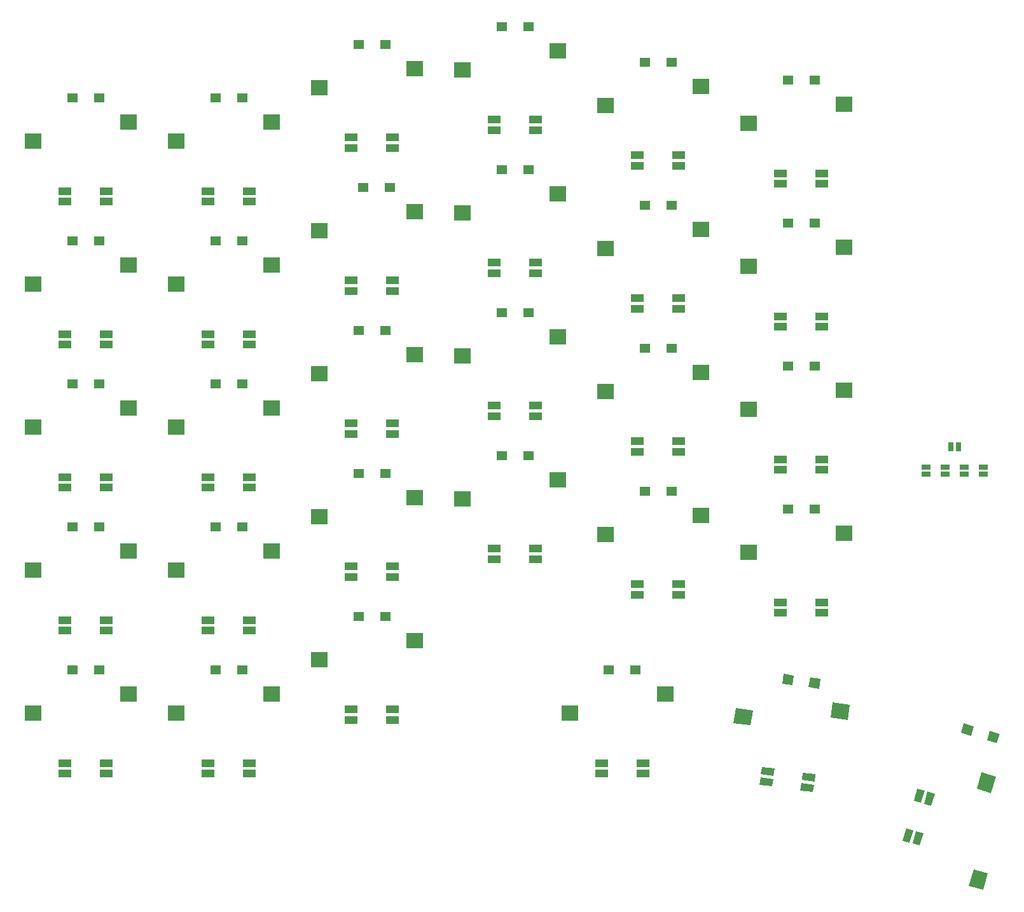
<source format=gbp>
G04 #@! TF.GenerationSoftware,KiCad,Pcbnew,5.1.10-88a1d61d58~88~ubuntu18.04.1*
G04 #@! TF.CreationDate,2021-07-03T13:59:34+09:00*
G04 #@! TF.ProjectId,swallowtail,7377616c-6c6f-4777-9461-696c2e6b6963,rev?*
G04 #@! TF.SameCoordinates,Original*
G04 #@! TF.FileFunction,Paste,Bot*
G04 #@! TF.FilePolarity,Positive*
%FSLAX46Y46*%
G04 Gerber Fmt 4.6, Leading zero omitted, Abs format (unit mm)*
G04 Created by KiCad (PCBNEW 5.1.10-88a1d61d58~88~ubuntu18.04.1) date 2021-07-03 13:59:34*
%MOMM*%
%LPD*%
G01*
G04 APERTURE LIST*
%ADD10R,1.700000X1.000000*%
%ADD11C,0.100000*%
%ADD12R,2.300000X2.000000*%
%ADD13R,1.400000X1.300000*%
%ADD14R,0.635000X1.143000*%
%ADD15R,1.143000X0.635000*%
G04 APERTURE END LIST*
D10*
G04 #@! TO.C,LED1*
X144434970Y-69756540D03*
X144434970Y-68356540D03*
X138934970Y-69756540D03*
X138934970Y-68356540D03*
G04 #@! TD*
G04 #@! TO.C,LED2*
X125384890Y-67375280D03*
X125384890Y-65975280D03*
X119884890Y-67375280D03*
X119884890Y-65975280D03*
G04 #@! TD*
G04 #@! TO.C,LED3*
X106334810Y-62612760D03*
X106334810Y-61212760D03*
X100834810Y-62612760D03*
X100834810Y-61212760D03*
G04 #@! TD*
G04 #@! TO.C,LED4*
X87284730Y-64994020D03*
X87284730Y-63594020D03*
X81784730Y-64994020D03*
X81784730Y-63594020D03*
G04 #@! TD*
G04 #@! TO.C,LED5*
X68234650Y-72137800D03*
X68234650Y-70737800D03*
X62734650Y-72137800D03*
X62734650Y-70737800D03*
G04 #@! TD*
G04 #@! TO.C,LED6*
X49184570Y-72137800D03*
X49184570Y-70737800D03*
X43684570Y-72137800D03*
X43684570Y-70737800D03*
G04 #@! TD*
G04 #@! TO.C,LED7*
X49184570Y-91187880D03*
X49184570Y-89787880D03*
X43684570Y-91187880D03*
X43684570Y-89787880D03*
G04 #@! TD*
G04 #@! TO.C,LED8*
X68234650Y-91187880D03*
X68234650Y-89787880D03*
X62734650Y-91187880D03*
X62734650Y-89787880D03*
G04 #@! TD*
G04 #@! TO.C,LED9*
X87284730Y-84044100D03*
X87284730Y-82644100D03*
X81784730Y-84044100D03*
X81784730Y-82644100D03*
G04 #@! TD*
G04 #@! TO.C,LED10*
X106334810Y-81662840D03*
X106334810Y-80262840D03*
X100834810Y-81662840D03*
X100834810Y-80262840D03*
G04 #@! TD*
G04 #@! TO.C,LED11*
X125384890Y-86425360D03*
X125384890Y-85025360D03*
X119884890Y-86425360D03*
X119884890Y-85025360D03*
G04 #@! TD*
G04 #@! TO.C,LED12*
X144434970Y-88806620D03*
X144434970Y-87406620D03*
X138934970Y-88806620D03*
X138934970Y-87406620D03*
G04 #@! TD*
G04 #@! TO.C,LED13*
X144434970Y-107856700D03*
X144434970Y-106456700D03*
X138934970Y-107856700D03*
X138934970Y-106456700D03*
G04 #@! TD*
G04 #@! TO.C,LED14*
X125384890Y-105475440D03*
X125384890Y-104075440D03*
X119884890Y-105475440D03*
X119884890Y-104075440D03*
G04 #@! TD*
G04 #@! TO.C,LED15*
X106334810Y-100712920D03*
X106334810Y-99312920D03*
X100834810Y-100712920D03*
X100834810Y-99312920D03*
G04 #@! TD*
G04 #@! TO.C,LED16*
X87284730Y-103094180D03*
X87284730Y-101694180D03*
X81784730Y-103094180D03*
X81784730Y-101694180D03*
G04 #@! TD*
G04 #@! TO.C,LED17*
X68234650Y-110237960D03*
X68234650Y-108837960D03*
X62734650Y-110237960D03*
X62734650Y-108837960D03*
G04 #@! TD*
G04 #@! TO.C,LED18*
X49184570Y-110237960D03*
X49184570Y-108837960D03*
X43684570Y-110237960D03*
X43684570Y-108837960D03*
G04 #@! TD*
G04 #@! TO.C,LED19*
X49184570Y-129288040D03*
X49184570Y-127888040D03*
X43684570Y-129288040D03*
X43684570Y-127888040D03*
G04 #@! TD*
G04 #@! TO.C,LED20*
X68234650Y-129288040D03*
X68234650Y-127888040D03*
X62734650Y-129288040D03*
X62734650Y-127888040D03*
G04 #@! TD*
G04 #@! TO.C,LED21*
X87284730Y-122144260D03*
X87284730Y-120744260D03*
X81784730Y-122144260D03*
X81784730Y-120744260D03*
G04 #@! TD*
G04 #@! TO.C,LED22*
X106334810Y-119763000D03*
X106334810Y-118363000D03*
X100834810Y-119763000D03*
X100834810Y-118363000D03*
G04 #@! TD*
G04 #@! TO.C,LED23*
X125384890Y-124525520D03*
X125384890Y-123125520D03*
X119884890Y-124525520D03*
X119884890Y-123125520D03*
G04 #@! TD*
G04 #@! TO.C,LED24*
X144434970Y-126906780D03*
X144434970Y-125506780D03*
X138934970Y-126906780D03*
X138934970Y-125506780D03*
G04 #@! TD*
D11*
G04 #@! TO.C,LED25*
G36*
X156140453Y-157530415D02*
G01*
X155179191Y-157254778D01*
X155647775Y-155620633D01*
X156609037Y-155896270D01*
X156140453Y-157530415D01*
G37*
G36*
X157486219Y-157916307D02*
G01*
X156524957Y-157640670D01*
X156993541Y-156006525D01*
X157954803Y-156282162D01*
X157486219Y-157916307D01*
G37*
G36*
X157656459Y-152243475D02*
G01*
X156695197Y-151967838D01*
X157163781Y-150333693D01*
X158125043Y-150609330D01*
X157656459Y-152243475D01*
G37*
G36*
X159002225Y-152629367D02*
G01*
X158040963Y-152353730D01*
X158509547Y-150719585D01*
X159470809Y-150995222D01*
X159002225Y-152629367D01*
G37*
G04 #@! TD*
G04 #@! TO.C,LED26*
G36*
X143407788Y-149813615D02*
G01*
X143268615Y-150803883D01*
X141585160Y-150567289D01*
X141724333Y-149577021D01*
X143407788Y-149813615D01*
G37*
G36*
X143602630Y-148427239D02*
G01*
X143463457Y-149417507D01*
X141780002Y-149180913D01*
X141919175Y-148190645D01*
X143602630Y-148427239D01*
G37*
G36*
X137961314Y-149048163D02*
G01*
X137822141Y-150038431D01*
X136138686Y-149801837D01*
X136277859Y-148811569D01*
X137961314Y-149048163D01*
G37*
G36*
X138156156Y-147661787D02*
G01*
X138016983Y-148652055D01*
X136333528Y-148415461D01*
X136472701Y-147425193D01*
X138156156Y-147661787D01*
G37*
G04 #@! TD*
D10*
G04 #@! TO.C,LED27*
X120622370Y-148338120D03*
X120622370Y-146938120D03*
X115122370Y-148338120D03*
X115122370Y-146938120D03*
G04 #@! TD*
G04 #@! TO.C,LED28*
X87284730Y-141194340D03*
X87284730Y-139794340D03*
X81784730Y-141194340D03*
X81784730Y-139794340D03*
G04 #@! TD*
G04 #@! TO.C,LED29*
X68234650Y-148338120D03*
X68234650Y-146938120D03*
X62734650Y-148338120D03*
X62734650Y-146938120D03*
G04 #@! TD*
G04 #@! TO.C,LED30*
X49184570Y-148338120D03*
X49184570Y-146938120D03*
X43684570Y-148338120D03*
X43684570Y-146938120D03*
G04 #@! TD*
D12*
G04 #@! TO.C,SW6*
X147384385Y-59173765D03*
X134684385Y-61713765D03*
G04 #@! TD*
D11*
G04 #@! TO.C,SW29*
G36*
X148185460Y-139181410D02*
G01*
X147907114Y-141161946D01*
X145629498Y-140841848D01*
X145907844Y-138861312D01*
X148185460Y-139181410D01*
G37*
G36*
X135255556Y-139929193D02*
G01*
X134977210Y-141909729D01*
X132699594Y-141589631D01*
X132977940Y-139609095D01*
X135255556Y-139929193D01*
G37*
G04 #@! TD*
G04 #@! TO.C,D29*
G36*
X144251682Y-135736029D02*
G01*
X144070757Y-137023377D01*
X142684382Y-136828535D01*
X142865307Y-135541187D01*
X144251682Y-135736029D01*
G37*
G36*
X140736230Y-135241965D02*
G01*
X140555305Y-136529313D01*
X139168930Y-136334471D01*
X139349855Y-135047123D01*
X140736230Y-135241965D01*
G37*
G04 #@! TD*
D13*
G04 #@! TO.C,D23*
X124409385Y-110728140D03*
X120859385Y-110728140D03*
G04 #@! TD*
D12*
G04 #@! TO.C,SW19*
X52134385Y-118705025D03*
X39434385Y-121245025D03*
G04 #@! TD*
G04 #@! TO.C,SW20*
X71184385Y-118705025D03*
X58484385Y-121245025D03*
G04 #@! TD*
G04 #@! TO.C,SW24*
X147384385Y-116323765D03*
X134684385Y-118863765D03*
G04 #@! TD*
D13*
G04 #@! TO.C,D1*
X48209385Y-58340650D03*
X44659385Y-58340650D03*
G04 #@! TD*
G04 #@! TO.C,D2*
X67259385Y-58340650D03*
X63709385Y-58340650D03*
G04 #@! TD*
G04 #@! TO.C,D3*
X86309385Y-51196890D03*
X82759385Y-51196890D03*
G04 #@! TD*
G04 #@! TO.C,D4*
X105359385Y-48815640D03*
X101809385Y-48815640D03*
G04 #@! TD*
G04 #@! TO.C,D5*
X124409385Y-53578140D03*
X120859385Y-53578140D03*
G04 #@! TD*
G04 #@! TO.C,D6*
X143459385Y-55959390D03*
X139909385Y-55959390D03*
G04 #@! TD*
G04 #@! TO.C,D7*
X48209385Y-77390650D03*
X44659385Y-77390650D03*
G04 #@! TD*
G04 #@! TO.C,D8*
X67259385Y-77390650D03*
X63709385Y-77390650D03*
G04 #@! TD*
G04 #@! TO.C,D9*
X86915635Y-70246890D03*
X83365635Y-70246890D03*
G04 #@! TD*
G04 #@! TO.C,D10*
X105359385Y-67865640D03*
X101809385Y-67865640D03*
G04 #@! TD*
G04 #@! TO.C,D11*
X124409385Y-72628140D03*
X120859385Y-72628140D03*
G04 #@! TD*
G04 #@! TO.C,D12*
X143459385Y-75009390D03*
X139909385Y-75009390D03*
G04 #@! TD*
G04 #@! TO.C,D13*
X48209385Y-96440650D03*
X44659385Y-96440650D03*
G04 #@! TD*
G04 #@! TO.C,D14*
X67259385Y-96440650D03*
X63709385Y-96440650D03*
G04 #@! TD*
G04 #@! TO.C,D15*
X86309385Y-89296890D03*
X82759385Y-89296890D03*
G04 #@! TD*
G04 #@! TO.C,D16*
X105359385Y-86915640D03*
X101809385Y-86915640D03*
G04 #@! TD*
G04 #@! TO.C,D17*
X124409385Y-91678140D03*
X120859385Y-91678140D03*
G04 #@! TD*
G04 #@! TO.C,D18*
X143459385Y-94059390D03*
X139909385Y-94059390D03*
G04 #@! TD*
G04 #@! TO.C,D19*
X48209385Y-115490650D03*
X44659385Y-115490650D03*
G04 #@! TD*
G04 #@! TO.C,D20*
X67259385Y-115490650D03*
X63709385Y-115490650D03*
G04 #@! TD*
G04 #@! TO.C,D21*
X86309385Y-108346890D03*
X82759385Y-108346890D03*
G04 #@! TD*
G04 #@! TO.C,D22*
X105359385Y-105965640D03*
X101809385Y-105965640D03*
G04 #@! TD*
G04 #@! TO.C,D24*
X143459385Y-113109390D03*
X139909385Y-113109390D03*
G04 #@! TD*
G04 #@! TO.C,D25*
X48209385Y-134540650D03*
X44659385Y-134540650D03*
G04 #@! TD*
G04 #@! TO.C,D26*
X67259385Y-134540650D03*
X63709385Y-134540650D03*
G04 #@! TD*
G04 #@! TO.C,D27*
X86309385Y-127396890D03*
X82759385Y-127396890D03*
G04 #@! TD*
G04 #@! TO.C,D28*
X119651385Y-134541640D03*
X116101385Y-134541640D03*
G04 #@! TD*
D11*
G04 #@! TO.C,D30*
G36*
X168102660Y-143024123D02*
G01*
X167744332Y-144273763D01*
X166398566Y-143887871D01*
X166756894Y-142638231D01*
X168102660Y-143024123D01*
G37*
G36*
X164690180Y-142045611D02*
G01*
X164331852Y-143295251D01*
X162986086Y-142909359D01*
X163344414Y-141659719D01*
X164690180Y-142045611D01*
G37*
G04 #@! TD*
D12*
G04 #@! TO.C,SW4*
X109284385Y-52030015D03*
X96584385Y-54570015D03*
G04 #@! TD*
D11*
G04 #@! TO.C,SW30*
G36*
X165929191Y-163827808D02*
G01*
X164006667Y-163276534D01*
X164640633Y-161065632D01*
X166563157Y-161616906D01*
X165929191Y-163827808D01*
G37*
G36*
X166988181Y-150919666D02*
G01*
X165065657Y-150368392D01*
X165699623Y-148157490D01*
X167622147Y-148708764D01*
X166988181Y-150919666D01*
G37*
G04 #@! TD*
D12*
G04 #@! TO.C,SW25*
X52134385Y-137755025D03*
X39434385Y-140295025D03*
G04 #@! TD*
D14*
G04 #@! TO.C,JP1*
X161634180Y-104800425D03*
X162634940Y-104800425D03*
G04 #@! TD*
D15*
G04 #@! TO.C,JP3*
X165944560Y-107475045D03*
X165944560Y-108475805D03*
G04 #@! TD*
G04 #@! TO.C,JP4*
X163404560Y-107475045D03*
X163404560Y-108475805D03*
G04 #@! TD*
G04 #@! TO.C,JP5*
X160864560Y-107475045D03*
X160864560Y-108475805D03*
G04 #@! TD*
G04 #@! TO.C,JP6*
X158324560Y-107475045D03*
X158324560Y-108475805D03*
G04 #@! TD*
D12*
G04 #@! TO.C,SW1*
X52134385Y-61555025D03*
X39434385Y-64095025D03*
G04 #@! TD*
G04 #@! TO.C,SW2*
X71184385Y-61555025D03*
X58484385Y-64095025D03*
G04 #@! TD*
G04 #@! TO.C,SW3*
X90234385Y-54411265D03*
X77534385Y-56951265D03*
G04 #@! TD*
G04 #@! TO.C,SW5*
X128334385Y-56792515D03*
X115634385Y-59332515D03*
G04 #@! TD*
G04 #@! TO.C,SW7*
X52134385Y-80605025D03*
X39434385Y-83145025D03*
G04 #@! TD*
G04 #@! TO.C,SW8*
X71184385Y-80605025D03*
X58484385Y-83145025D03*
G04 #@! TD*
G04 #@! TO.C,SW9*
X90234385Y-73461265D03*
X77534385Y-76001265D03*
G04 #@! TD*
G04 #@! TO.C,SW10*
X109284385Y-71080015D03*
X96584385Y-73620015D03*
G04 #@! TD*
G04 #@! TO.C,SW11*
X128334385Y-75842515D03*
X115634385Y-78382515D03*
G04 #@! TD*
G04 #@! TO.C,SW12*
X147384385Y-78223765D03*
X134684385Y-80763765D03*
G04 #@! TD*
G04 #@! TO.C,SW13*
X52134385Y-99655025D03*
X39434385Y-102195025D03*
G04 #@! TD*
G04 #@! TO.C,SW14*
X71184385Y-99655025D03*
X58484385Y-102195025D03*
G04 #@! TD*
G04 #@! TO.C,SW15*
X90234385Y-92511265D03*
X77534385Y-95051265D03*
G04 #@! TD*
G04 #@! TO.C,SW16*
X109284385Y-90130015D03*
X96584385Y-92670015D03*
G04 #@! TD*
G04 #@! TO.C,SW17*
X128334385Y-94892515D03*
X115634385Y-97432515D03*
G04 #@! TD*
G04 #@! TO.C,SW18*
X147384385Y-97273765D03*
X134684385Y-99813765D03*
G04 #@! TD*
G04 #@! TO.C,SW21*
X90234385Y-111561265D03*
X77534385Y-114101265D03*
G04 #@! TD*
G04 #@! TO.C,SW22*
X109284385Y-109180015D03*
X96584385Y-111720015D03*
G04 #@! TD*
G04 #@! TO.C,SW23*
X128334385Y-113942515D03*
X115634385Y-116482515D03*
G04 #@! TD*
G04 #@! TO.C,SW26*
X71184385Y-137755025D03*
X58484385Y-140295025D03*
G04 #@! TD*
G04 #@! TO.C,SW27*
X90234385Y-130611265D03*
X77534385Y-133151265D03*
G04 #@! TD*
G04 #@! TO.C,SW28*
X123576385Y-137756015D03*
X110876385Y-140296015D03*
G04 #@! TD*
M02*

</source>
